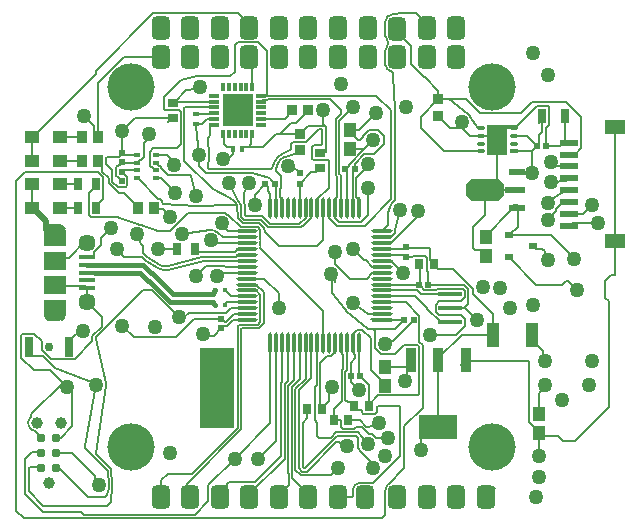
<source format=gtl>
G04*
G04 #@! TF.GenerationSoftware,Altium Limited,Altium Designer,23.4.1 (23)*
G04*
G04 Layer_Physical_Order=1*
G04 Layer_Color=255*
%FSLAX44Y44*%
%MOMM*%
G71*
G04*
G04 #@! TF.SameCoordinates,E8E7B276-8895-4430-90FA-F2E57970A6A3*
G04*
G04*
G04 #@! TF.FilePolarity,Positive*
G04*
G01*
G75*
%ADD11C,0.5000*%
%ADD17C,0.5000*%
%ADD18R,0.5725X0.5682*%
%ADD19R,0.8000X0.9500*%
%ADD20R,1.8000X0.6000*%
G04:AMPARAMS|DCode=21|XSize=1.9mm|YSize=3.2mm|CornerRadius=0mm|HoleSize=0mm|Usage=FLASHONLY|Rotation=270.000|XOffset=0mm|YOffset=0mm|HoleType=Round|Shape=Octagon|*
%AMOCTAGOND21*
4,1,8,1.6000,0.4750,1.6000,-0.4750,1.1250,-0.9500,-1.1250,-0.9500,-1.6000,-0.4750,-1.6000,0.4750,-1.1250,0.9500,1.1250,0.9500,1.6000,0.4750,0.0*
%
%ADD21OCTAGOND21*%

%ADD22R,1.4000X0.6000*%
G04:AMPARAMS|DCode=23|XSize=0.3125mm|YSize=1.7883mm|CornerRadius=0.1562mm|HoleSize=0mm|Usage=FLASHONLY|Rotation=180.000|XOffset=0mm|YOffset=0mm|HoleType=Round|Shape=RoundedRectangle|*
%AMROUNDEDRECTD23*
21,1,0.3125,1.4758,0,0,180.0*
21,1,0.0000,1.7883,0,0,180.0*
1,1,0.3125,0.0000,0.7379*
1,1,0.3125,0.0000,0.7379*
1,1,0.3125,0.0000,-0.7379*
1,1,0.3125,0.0000,-0.7379*
%
%ADD23ROUNDEDRECTD23*%
G04:AMPARAMS|DCode=24|XSize=1.7883mm|YSize=0.3125mm|CornerRadius=0.1562mm|HoleSize=0mm|Usage=FLASHONLY|Rotation=180.000|XOffset=0mm|YOffset=0mm|HoleType=Round|Shape=RoundedRectangle|*
%AMROUNDEDRECTD24*
21,1,1.7883,0.0000,0,0,180.0*
21,1,1.4758,0.3125,0,0,180.0*
1,1,0.3125,-0.7379,0.0000*
1,1,0.3125,0.7379,0.0000*
1,1,0.3125,0.7379,0.0000*
1,1,0.3125,-0.7379,0.0000*
%
%ADD24ROUNDEDRECTD24*%
%ADD25R,1.7883X0.3125*%
%ADD26R,1.3500X0.4000*%
%ADD27R,1.9000X1.5000*%
%ADD28R,0.8000X1.7000*%
%ADD29R,1.5500X0.6000*%
%ADD30R,1.8000X1.2000*%
%ADD31R,0.9000X2.1000*%
%ADD32R,3.2000X2.1000*%
%ADD33R,2.8400X6.8000*%
%ADD34R,1.0121X1.2084*%
%ADD35R,0.5200X0.5200*%
%ADD36R,0.5200X0.5200*%
%ADD37R,0.7500X1.0000*%
%ADD38R,1.1000X2.0500*%
%ADD39R,0.9500X0.8000*%
%ADD40R,0.8500X0.9500*%
%ADD41R,0.9000X1.0500*%
%ADD42R,0.4500X0.4500*%
%ADD43R,1.2500X1.1000*%
%ADD44R,0.5000X0.3500*%
%ADD45R,0.9500X0.8500*%
%ADD46R,0.3500X0.8000*%
%ADD47R,0.8500X0.3500*%
%ADD48R,2.6000X2.7000*%
%ADD49R,2.0000X0.4000*%
G04:AMPARAMS|DCode=50|XSize=0.7311mm|YSize=0.3025mm|CornerRadius=0.1512mm|HoleSize=0mm|Usage=FLASHONLY|Rotation=180.000|XOffset=0mm|YOffset=0mm|HoleType=Round|Shape=RoundedRectangle|*
%AMROUNDEDRECTD50*
21,1,0.7311,0.0000,0,0,180.0*
21,1,0.4286,0.3025,0,0,180.0*
1,1,0.3025,-0.2143,0.0000*
1,1,0.3025,0.2143,0.0000*
1,1,0.3025,0.2143,0.0000*
1,1,0.3025,-0.2143,0.0000*
%
%ADD50ROUNDEDRECTD50*%
%ADD51R,0.9121X0.9587*%
%ADD52R,0.7000X1.3000*%
%ADD53R,0.5000X0.4000*%
%ADD54R,0.4000X0.5000*%
%ADD55R,0.7311X0.3025*%
%ADD58C,0.7870*%
%ADD67R,0.7000X0.6000*%
%ADD79R,1.7500X2.5000*%
%ADD80C,0.9910*%
%ADD82C,0.7500*%
%ADD86C,0.1500*%
%ADD87C,0.1500*%
%ADD88C,0.3810*%
%ADD89C,1.4500*%
%ADD90C,4.0000*%
G04:AMPARAMS|DCode=91|XSize=1.524mm|YSize=2mm|CornerRadius=0.381mm|HoleSize=0mm|Usage=FLASHONLY|Rotation=0.000|XOffset=0mm|YOffset=0mm|HoleType=Round|Shape=RoundedRectangle|*
%AMROUNDEDRECTD91*
21,1,1.5240,1.2380,0,0,0.0*
21,1,0.7620,2.0000,0,0,0.0*
1,1,0.7620,0.3810,-0.6190*
1,1,0.7620,-0.3810,-0.6190*
1,1,0.7620,-0.3810,0.6190*
1,1,0.7620,0.3810,0.6190*
%
%ADD91ROUNDEDRECTD91*%
%ADD92C,1.2700*%
G36*
X-55000Y124500D02*
X-74000D01*
Y111500D01*
X-55000D01*
Y124500D01*
D02*
G37*
G36*
X-60000Y111500D02*
X-69000D01*
Y106500D01*
X-60000Y106500D01*
Y111500D01*
D02*
G37*
G36*
X-69000Y183500D02*
X-60000D01*
Y188500D01*
X-69000Y188500D01*
Y183500D01*
D02*
G37*
G36*
X-74000Y170500D02*
X-55000D01*
Y183500D01*
X-74000D01*
Y170500D01*
D02*
G37*
D11*
X-58724Y113650D02*
G03*
X-62291Y112500I-1276J-2150D01*
G01*
X-57709D02*
G03*
X-58724Y113650I-2291J-1000D01*
G01*
D02*
G03*
X-62291Y112500I-1276J-2150D01*
G01*
X-57709D02*
G03*
X-58724Y113650I-2291J-1000D01*
G01*
Y109350D02*
G03*
X-57709Y112500I-1276J2150D01*
G01*
X-62500Y111500D02*
G03*
X-58724Y109350I2500J0D01*
G01*
D02*
G03*
X-57709Y112500I-1276J2150D01*
G01*
X-62500Y111500D02*
G03*
X-58724Y109350I2500J0D01*
G01*
X-69909Y109171D02*
G03*
X-69771Y109122I909J2329D01*
G01*
X-69909Y109171D02*
G03*
X-69771Y109122I909J2329D01*
G01*
X-69771Y109122D02*
G03*
X-69229Y109011I771J2378D01*
G01*
X-69771Y109122D02*
G03*
X-69229Y109011I771J2378D01*
G01*
X-69771Y109122D02*
G03*
X-69229Y109011I771J2378D01*
G01*
X-69771Y109122D02*
G03*
X-69229Y109011I771J2378D01*
G01*
X-69228Y109010D02*
G03*
X-69000Y109000I228J2490D01*
G01*
X-69228Y109010D02*
G03*
X-69000Y109000I228J2490D01*
G01*
X-69228Y109010D02*
G03*
X-69000Y109000I228J2490D01*
G01*
X-69228Y109010D02*
G03*
X-69000Y109000I228J2490D01*
G01*
X-71291Y110500D02*
G03*
X-69910Y109171I2291J1000D01*
G01*
X-71291Y110500D02*
G03*
X-69910Y109171I2291J1000D01*
G01*
X-69909Y109171D02*
G03*
X-69771Y109122I909J2329D01*
G01*
X-69909Y109171D02*
G03*
X-69771Y109122I909J2329D01*
G01*
X-71291Y110500D02*
G03*
X-69910Y109171I2291J1000D01*
G01*
X-71291Y110500D02*
G03*
X-69910Y109171I2291J1000D01*
G01*
X-69000Y109000D02*
G03*
X-67255Y109710I0J2500D01*
G01*
X-69000Y109000D02*
G03*
X-67255Y109710I0J2500D01*
G01*
X-69000Y109000D02*
G03*
X-67255Y109710I0J2500D01*
G01*
X-69000Y109000D02*
G03*
X-67255Y109710I0J2500D01*
G01*
X-71489Y111269D02*
G03*
X-71489Y111268I2489J231D01*
G01*
X-71490Y111271D02*
G03*
X-71489Y111269I2490J229D01*
G01*
Y111269D02*
G03*
X-71489Y111268I2489J231D01*
G01*
X-71490Y111271D02*
G03*
X-71489Y111269I2490J229D01*
G01*
X-71490Y111271D02*
G03*
X-71489Y111269I2490J229D01*
G01*
Y111269D02*
G03*
X-71489Y111268I2489J231D01*
G01*
X-71489Y111269D02*
G03*
X-71489Y111268I2489J231D01*
G01*
X-71500Y111500D02*
G03*
X-71496Y111362I2500J0D01*
G01*
X-71500Y111500D02*
G03*
X-71496Y111362I2500J0D01*
G01*
X-71496Y111361D02*
G03*
X-71490Y111272I2496J139D01*
G01*
X-71496Y111362D02*
G03*
X-71496Y111361I2496J138D01*
G01*
X-71500Y111500D02*
G03*
X-71496Y111362I2500J0D01*
G01*
X-71500Y111500D02*
G03*
X-71496Y111362I2500J0D01*
G01*
X-71496Y111361D02*
G03*
X-71490Y111272I2496J139D01*
G01*
X-71496Y111362D02*
G03*
X-71496Y111361I2496J138D01*
G01*
X-71490Y111271D02*
G03*
X-71489Y111269I2490J229D01*
G01*
X-71496Y111361D02*
G03*
X-71490Y111272I2496J139D01*
G01*
X-71496Y111362D02*
G03*
X-71496Y111361I2496J138D01*
G01*
D02*
G03*
X-71490Y111272I2496J139D01*
G01*
X-71496Y111362D02*
G03*
X-71496Y111361I2496J138D01*
G01*
X-71384Y110747D02*
G03*
X-71329Y110591I2384J753D01*
G01*
X-71384Y110747D02*
G03*
X-71329Y110591I2384J753D01*
G01*
X-71384Y110747D02*
G03*
X-71329Y110591I2384J753D01*
G01*
X-71426Y110897D02*
G03*
X-71384Y110748I2426J603D01*
G01*
X-71426Y110897D02*
G03*
X-71384Y110748I2426J603D01*
G01*
X-71329Y110591D02*
G03*
X-71291Y110500I2329J909D01*
G01*
X-71329Y110591D02*
G03*
X-71291Y110500I2329J909D01*
G01*
X-71329Y110591D02*
G03*
X-71291Y110500I2329J909D01*
G01*
X-71384Y110747D02*
G03*
X-71329Y110591I2384J753D01*
G01*
X-71329Y110591D02*
G03*
X-71291Y110500I2329J909D01*
G01*
X-71426Y110897D02*
G03*
X-71384Y110748I2426J603D01*
G01*
X-71500Y111501D02*
G03*
X-71500Y111500I2500J-1D01*
G01*
X-71318Y112436D02*
G03*
X-71500Y111501I2318J-936D01*
G01*
X-71426Y110897D02*
G03*
X-71384Y110748I2426J603D01*
G01*
X-71500Y111501D02*
G03*
X-71500Y111500I2500J-1D01*
G01*
X-71318Y112436D02*
G03*
X-71500Y111501I2318J-936D01*
G01*
X-71291Y112500D02*
G03*
X-71318Y112437I2291J-1000D01*
G01*
X-71291Y112500D02*
G03*
X-71318Y112437I2291J-1000D01*
G01*
X-71291Y112500D02*
G03*
X-71318Y112437I2291J-1000D01*
G01*
X-71291Y112500D02*
G03*
X-71318Y112437I2291J-1000D01*
G01*
X-67484Y181512D02*
G03*
X-66834Y182253I-1516J1988D01*
G01*
X-67484Y181512D02*
G03*
X-66834Y182253I-1516J1988D01*
G01*
X-62291Y112500D02*
G03*
X-62428Y112096I2291J-1000D01*
G01*
X-62291Y112500D02*
G03*
X-62428Y112096I2291J-1000D01*
G01*
X-66834Y182253D02*
G03*
X-66558Y182964I-2166J1247D01*
G01*
X-66834Y182253D02*
G03*
X-66558Y182964I-2166J1247D01*
G01*
X-66558Y182965D02*
G03*
X-66509Y183290I-2442J536D01*
G01*
X-66558Y182965D02*
G03*
X-66509Y183290I-2442J536D01*
G01*
Y183290D02*
G03*
X-66500Y183468I-2491J210D01*
G01*
Y183468D02*
G03*
X-66500Y183487I-2500J32D01*
G01*
X-66500Y183468D02*
G03*
X-66500Y183487I-2500J32D01*
G01*
D02*
G03*
X-66500Y183490I-2500J14D01*
G01*
Y183490D02*
Y183491D01*
Y183487D02*
G03*
X-66500Y183490I-2500J14D01*
G01*
Y183490D02*
Y183491D01*
Y183491D02*
G03*
X-66500Y183495I-2500J9D01*
G01*
X-66500Y183491D02*
G03*
X-66500Y183495I-2500J9D01*
G01*
X-66999Y110002D02*
G03*
X-66998Y110003I-2001J1498D01*
G01*
X-66999Y110002D02*
G03*
X-66998Y110003I-2001J1498D01*
G01*
X-71489Y111268D02*
G03*
X-71427Y110900I2489J232D01*
G01*
X-71489Y111268D02*
G03*
X-71427Y110900I2489J232D01*
G01*
X-71489Y111268D02*
G03*
X-71427Y110900I2489J232D01*
G01*
X-71489Y111268D02*
G03*
X-71427Y110900I2489J232D01*
G01*
X-66709Y112501D02*
G03*
X-71291Y112500I-2291J-1001D01*
G01*
X-66997Y110003D02*
G03*
X-66709Y112500I-2003J1497D01*
G01*
X-66709Y112501D02*
G03*
X-71291Y112500I-2291J-1001D01*
G01*
X-66709Y112501D02*
G03*
X-71291Y112500I-2291J-1001D01*
G01*
X-66709Y112501D02*
G03*
X-71291Y112500I-2291J-1001D01*
G01*
X-66997Y110003D02*
G03*
X-66709Y112500I-2003J1497D01*
G01*
X-66709Y112500D02*
X-66709Y112501D01*
X-66709Y112500D02*
X-66709Y112501D01*
X-66500Y183495D02*
G03*
X-66500Y183500I-2500J5D01*
G01*
Y183495D02*
G03*
X-66500Y183500I-2500J5D01*
G01*
X-70106Y181258D02*
G03*
X-69907Y181171I1106J2242D01*
G01*
X-70106Y181258D02*
G03*
X-69907Y181171I1106J2242D01*
G01*
X-71130Y182192D02*
G03*
X-70106Y181258I2130J1309D01*
G01*
X-71500Y183500D02*
G03*
X-71130Y182192I2500J0D01*
G01*
X-67907Y181252D02*
G03*
X-67753Y181334I-1094J2248D01*
G01*
X-69907Y181170D02*
G03*
X-67907Y181252I907J2330D01*
G01*
X-71500Y183500D02*
G03*
X-71130Y182192I2500J0D01*
G01*
D02*
G03*
X-70106Y181258I2130J1309D01*
G01*
X-67907Y181252D02*
G03*
X-67753Y181334I-1094J2248D01*
G01*
X-67752Y181334D02*
G03*
X-67484Y181512I-1248J2166D01*
G01*
X-67752Y181334D02*
G03*
X-67484Y181512I-1248J2166D01*
G01*
X-69907Y181170D02*
G03*
X-67907Y181252I907J2330D01*
G01*
X-66500Y183500D02*
G03*
X-71500Y183500I-2500J0D01*
G01*
X-71427Y110900D02*
X-71427Y110899D01*
X-71427Y110900D02*
X-71427Y110899D01*
X-67254Y109711D02*
G03*
X-67253Y109712I-1746J1789D01*
G01*
X-67254Y109711D02*
G03*
X-67253Y109712I-1746J1789D01*
G01*
X-67253Y109712D02*
G03*
X-67190Y109776I-1748J1788D01*
G01*
X-67253Y109712D02*
G03*
X-67190Y109776I-1748J1788D01*
G01*
X-67190Y109776D02*
G03*
X-67189Y109777I-1810J1724D01*
G01*
X-67190Y109776D02*
G03*
X-67189Y109777I-1810J1724D01*
G01*
X-62500Y183500D02*
G03*
X-60001Y186000I2500J0D01*
G01*
X-61675Y185356D02*
G03*
X-62500Y183501I1675J-1856D01*
G01*
X-61675Y185356D02*
G03*
X-62500Y183501I1675J-1856D01*
G01*
X-60001Y186000D02*
G03*
X-61675Y185356I0J-2500D01*
G01*
X-60001Y186000D02*
G03*
X-61675Y185356I0J-2500D01*
G01*
X-67255Y109711D02*
X-67254Y109711D01*
X-67255Y109711D02*
X-67254Y109711D01*
X-67188Y109778D02*
G03*
X-66999Y110001I-1812J1723D01*
G01*
X-67188Y109778D02*
G03*
X-66999Y110001I-1812J1723D01*
G01*
X-62428Y112096D02*
G03*
X-62500Y111500I2428J-596D01*
G01*
X-62500Y183501D02*
Y183500D01*
Y183500D02*
G03*
X-60000Y186000I2500J0D01*
G01*
X-84250Y202500D02*
X-83500D01*
X-72397Y191396D01*
Y184105D02*
Y191396D01*
D17*
X-71318Y112436D02*
D03*
D03*
X-66500Y183491D02*
D03*
D03*
X-71427Y110898D02*
D03*
D03*
X-67253Y109712D02*
D03*
D03*
X-67255Y109710D02*
D03*
D03*
X-61675Y185356D02*
D03*
D03*
X100000Y275000D02*
D03*
X90000Y285000D02*
D03*
Y275000D02*
D03*
X80000Y285000D02*
D03*
Y275000D02*
D03*
D18*
X142500Y222978D02*
D03*
Y232022D02*
D03*
D19*
X256500Y155000D02*
D03*
X243500D02*
D03*
X183750Y22500D02*
D03*
X171250D02*
D03*
X148500Y32500D02*
D03*
X201250Y35000D02*
D03*
X188750D02*
D03*
X161500Y32500D02*
D03*
D20*
X324499Y217500D02*
D03*
D21*
X299500D02*
D03*
D22*
X326499Y232501D02*
D03*
Y202501D02*
D03*
D23*
X182500Y88088D02*
D03*
X177499D02*
D03*
X172500D02*
D03*
X167500D02*
D03*
X162500D02*
D03*
X157500D02*
D03*
X152500D02*
D03*
X147500D02*
D03*
X142500D02*
D03*
X137500D02*
D03*
X132500D02*
D03*
X127500D02*
D03*
X122500D02*
D03*
X117500D02*
D03*
X127500Y201912D02*
D03*
X132500D02*
D03*
X137500D02*
D03*
X142500D02*
D03*
X147500Y201912D02*
D03*
X152500Y201912D02*
D03*
X157500D02*
D03*
X162500D02*
D03*
X167500Y201912D02*
D03*
X172500D02*
D03*
X192500Y201912D02*
D03*
X117500Y201912D02*
D03*
X192500Y88088D02*
D03*
X177500Y201912D02*
D03*
X182500D02*
D03*
X187500Y88088D02*
D03*
X122500Y201912D02*
D03*
X187500Y201912D02*
D03*
D24*
X98088Y117499D02*
D03*
Y122500D02*
D03*
Y127500D02*
D03*
Y132500D02*
D03*
Y137500D02*
D03*
Y142500D02*
D03*
Y147500D02*
D03*
Y152500D02*
D03*
Y157500D02*
D03*
Y162500D02*
D03*
Y167500D02*
D03*
Y172500D02*
D03*
Y177500D02*
D03*
Y182500D02*
D03*
X211912D02*
D03*
Y177500D02*
D03*
Y172500D02*
D03*
Y167500D02*
D03*
Y157499D02*
D03*
Y152500D02*
D03*
Y147500D02*
D03*
Y142500D02*
D03*
X211912Y137500D02*
D03*
X211912Y132500D02*
D03*
Y127500D02*
D03*
Y122500D02*
D03*
Y117500D02*
D03*
Y112500D02*
D03*
X98088Y107500D02*
D03*
Y112500D02*
D03*
X211912Y162499D02*
D03*
D25*
Y107499D02*
D03*
D26*
X-37500Y134500D02*
D03*
Y141000D02*
D03*
Y147500D02*
D03*
Y154000D02*
D03*
Y160500D02*
D03*
D27*
X-64500Y137500D02*
D03*
Y157500D02*
D03*
D28*
X-53000Y85000D02*
D03*
X-87001D02*
D03*
D29*
X370500Y257500D02*
D03*
Y247500D02*
D03*
Y187500D02*
D03*
Y197500D02*
D03*
Y207500D02*
D03*
Y217500D02*
D03*
Y227500D02*
D03*
Y237500D02*
D03*
D30*
X409250Y174500D02*
D03*
Y270500D02*
D03*
D31*
X283000Y73500D02*
D03*
X260000D02*
D03*
X237000D02*
D03*
D32*
X260000Y16500D02*
D03*
D33*
X72500Y50000D02*
D03*
D34*
X345000Y28019D02*
D03*
Y11982D02*
D03*
X215000Y68018D02*
D03*
Y51981D02*
D03*
X185000Y268019D02*
D03*
X300000Y161981D02*
D03*
X185000Y251981D02*
D03*
X300000Y178018D02*
D03*
D35*
X232500Y161000D02*
D03*
Y169000D02*
D03*
X-8150Y233149D02*
D03*
Y225149D02*
D03*
X75925Y108427D02*
D03*
X-7500Y241000D02*
D03*
X75925Y100427D02*
D03*
X-7500Y249000D02*
D03*
D36*
X239000Y107500D02*
D03*
X231000D02*
D03*
X343500Y255000D02*
D03*
X351500D02*
D03*
X251500Y137499D02*
D03*
X189000Y235000D02*
D03*
X121501Y222500D02*
D03*
X186000Y60000D02*
D03*
X113501Y222500D02*
D03*
X181000Y235000D02*
D03*
X194000Y60000D02*
D03*
X243500Y137499D02*
D03*
D37*
X-45000Y222500D02*
D03*
X-30000D02*
D03*
X38591Y167499D02*
D03*
X53590D02*
D03*
X-45000Y202500D02*
D03*
X-30000D02*
D03*
D38*
X306000Y95000D02*
D03*
X339000D02*
D03*
D39*
X160000Y236000D02*
D03*
Y249000D02*
D03*
X35000Y291500D02*
D03*
Y278500D02*
D03*
D40*
X149250Y285000D02*
D03*
X135750D02*
D03*
D41*
X-41750Y262500D02*
D03*
X-28250D02*
D03*
X5750Y202500D02*
D03*
X19250D02*
D03*
X-41750Y242500D02*
D03*
X-28250D02*
D03*
D42*
X71000Y120000D02*
D03*
X79000D02*
D03*
X71000Y132500D02*
D03*
X79000D02*
D03*
D43*
X-60750Y242500D02*
D03*
X-84250D02*
D03*
Y202500D02*
D03*
Y262500D02*
D03*
Y222500D02*
D03*
X-60750Y202500D02*
D03*
Y222500D02*
D03*
Y262500D02*
D03*
D44*
X20500Y247250D02*
D03*
Y240750D02*
D03*
Y234250D02*
D03*
Y227750D02*
D03*
X4500D02*
D03*
Y234250D02*
D03*
Y240750D02*
D03*
Y247250D02*
D03*
D45*
X142500Y251500D02*
D03*
Y265000D02*
D03*
D46*
X102500Y305000D02*
D03*
X97500D02*
D03*
X92500D02*
D03*
X87500D02*
D03*
X82500D02*
D03*
X77500D02*
D03*
Y265000D02*
D03*
X82500D02*
D03*
X87500D02*
D03*
X92500D02*
D03*
X97500D02*
D03*
X102500D02*
D03*
D47*
X70250Y297500D02*
D03*
Y292500D02*
D03*
Y287500D02*
D03*
Y282500D02*
D03*
Y277500D02*
D03*
Y272500D02*
D03*
X109750D02*
D03*
Y277500D02*
D03*
Y282500D02*
D03*
Y287500D02*
D03*
Y292500D02*
D03*
Y297500D02*
D03*
D48*
X90000Y285000D02*
D03*
D49*
X270000Y117500D02*
D03*
Y105500D02*
D03*
Y129500D02*
D03*
D50*
X296095Y263251D02*
D03*
X323905Y269750D02*
D03*
X296095Y250250D02*
D03*
Y256750D02*
D03*
Y269750D02*
D03*
X323905Y263251D02*
D03*
Y256750D02*
D03*
D51*
X260000Y280233D02*
D03*
Y294767D02*
D03*
D52*
X367000Y280000D02*
D03*
X348000D02*
D03*
D53*
X55000Y281500D02*
D03*
Y273500D02*
D03*
D54*
X86000Y252500D02*
D03*
X94000D02*
D03*
D55*
X323905Y250250D02*
D03*
D58*
X-76350Y7700D02*
D03*
X-63650D02*
D03*
Y-5000D02*
D03*
X-76350Y-17700D02*
D03*
X-63650D02*
D03*
X-76350Y-5000D02*
D03*
D67*
X320000Y179500D02*
D03*
Y160500D02*
D03*
X340000Y170000D02*
D03*
D79*
X310000Y260000D02*
D03*
D80*
X-70000Y-30400D02*
D03*
X-59840Y20400D02*
D03*
X-80160D02*
D03*
D82*
X-70000Y85000D02*
D03*
D86*
X-85081Y25663D02*
G03*
X-80662Y13212I4921J-5263D01*
G01*
X192219Y12446D02*
G03*
X189990Y12565I-1168J-941D01*
G01*
X130285Y245810D02*
G03*
X124400Y240389I2215J-8310D01*
G01*
X127506Y247970D02*
G03*
X121868Y242139I4994J-10470D01*
G01*
X191840Y4916D02*
G03*
X194569Y-4468I8160J-2716D01*
G01*
X54386Y203922D02*
G03*
X55307Y203906I614J8578D01*
G01*
X8097Y188023D02*
G03*
X7742Y188151I-3097J-8023D01*
G01*
X-21487Y51281D02*
G03*
X-21589Y54293I-8513J1219D01*
G01*
X65900Y246595D02*
G03*
X65911Y247922I-8568J737D01*
G01*
X65896Y246560D02*
G03*
X65900Y246595I-8565J772D01*
G01*
X102429Y231650D02*
G03*
X100000Y232000I-2429J-8250D01*
G01*
X287083Y279727D02*
G03*
X285385Y281555I-7084J-4877D01*
G01*
X-19100Y-34346D02*
G03*
X-18937Y-31708I-8400J1846D01*
G01*
X-15976Y-33824D02*
G03*
X-15941Y-31530I-11524J1324D01*
G01*
X82549Y195860D02*
G03*
X81354Y196764I-5769J-6378D01*
G01*
X109279Y175921D02*
G03*
X109279Y174079I1184J-921D01*
G01*
X109279Y170921D02*
G03*
X109279Y169079I1184J-921D01*
G01*
X73107Y181521D02*
G03*
X66364Y183525I-5607J-6521D01*
G01*
X221044Y206800D02*
G03*
X218802Y202855I6092J-6071D01*
G01*
X180760Y116848D02*
G03*
X182022Y115544I6777J5294D01*
G01*
X24092Y154083D02*
G03*
X30678Y153078I4489J7336D01*
G01*
X22800Y151362D02*
G03*
X31274Y150136I5781J10057D01*
G01*
X220883Y317435D02*
G03*
X220879Y317440I-1061J-1061D01*
G01*
X221189Y366330D02*
G03*
X215130Y360270I0J-6060D01*
G01*
X217358Y340884D02*
G03*
X215130Y336190I3832J-4694D01*
G01*
X221323Y316373D02*
G03*
X221323Y316375I-1500J2D01*
G01*
X217358Y340884D02*
G03*
X217355Y343197I-957J1155D01*
G01*
X215130Y347890D02*
G03*
X217355Y343197I6060J0D01*
G01*
X215130Y323810D02*
G03*
X220533Y317786I6060J0D01*
G01*
X203470Y-30648D02*
G03*
X201310Y-30250I-2160J-5662D01*
G01*
X58319Y313909D02*
G03*
X56023Y313733I-495J-8586D01*
G01*
X217278Y-31681D02*
G03*
X217404Y-31560I-978J1137D01*
G01*
X217278Y-31681D02*
G03*
X215130Y-36310I3912J-4628D01*
G01*
X193690Y-30250D02*
G03*
X187630Y-36310I0J-6060D01*
G01*
X345000Y11981D02*
X345000Y11982D01*
X345000Y-7500D02*
Y11981D01*
X-80286Y12837D02*
X-75149Y7700D01*
X-80662Y13212D02*
X-80286Y12837D01*
X-85081Y25663D02*
X-85000Y25744D01*
Y27500D02*
X-58129Y54371D01*
X-85000Y25744D02*
Y27500D01*
X-84250Y262500D02*
X-83500D01*
X-30035Y315965D01*
Y318535D01*
X18680Y367250D01*
X90129D01*
X100000Y357379D01*
Y354999D02*
Y357379D01*
X201826Y17857D02*
X207857D01*
X201175Y17206D02*
X201826Y17857D01*
X207857D02*
X210000Y20000D01*
X206862Y7500D02*
X217500D01*
X189933Y16751D02*
X195134D01*
X189925Y12500D02*
X189990Y12565D01*
X173694Y4526D02*
X175637D01*
X192219Y12446D02*
X192222Y12442D01*
X147121Y-17804D02*
X174425Y9500D01*
X175637Y4526D02*
X179263Y900D01*
X173182Y12500D02*
X189925D01*
X176621Y22500D02*
X177500Y21621D01*
Y16818D02*
Y21621D01*
X192222Y12442D02*
X195256Y8649D01*
X168682Y8000D02*
X173182Y12500D01*
X179263Y900D02*
X182294D01*
X171250Y22500D02*
X176621D01*
X174425Y9500D02*
X190162D01*
X201084Y10800D02*
X203562D01*
X206862Y7500D01*
X188682Y15500D02*
X189933Y16751D01*
X177500Y16818D02*
X178818Y15500D01*
X188682D01*
X195134Y16751D02*
X201084Y10800D01*
X-84105Y-4600D02*
X-73850D01*
X-86121Y-17300D02*
X-73850D01*
X-87000Y-18179D02*
X-86121Y-17300D01*
X118257Y235000D02*
X119136Y235879D01*
X122465Y234344D02*
X122465Y234965D01*
X119136Y235879D02*
X121868Y242139D01*
X117636Y235000D02*
X118257Y235000D01*
X65907Y235000D02*
X117636D01*
X134621Y251364D02*
X135500Y252243D01*
X140388Y234113D02*
X142500Y232022D01*
X122465Y234965D02*
X124400Y240389D01*
X132500Y237500D02*
X140388Y234113D01*
X138500Y248000D02*
X142500Y251500D01*
X122465Y233723D02*
Y234344D01*
X127506Y247970D02*
X134621Y251364D01*
X130285Y245810D02*
X138500Y248000D01*
X135500Y252243D02*
Y256682D01*
X219683Y172500D02*
X241007Y193824D01*
Y197857D01*
X243150Y200000D01*
X194569Y-4468D02*
X204600Y-14499D01*
Y-17500D02*
Y-14499D01*
X198921Y17206D02*
X201175D01*
X193627Y22500D02*
X198921Y17206D01*
X195256Y8649D02*
X200000Y2200D01*
X191840Y4916D02*
X192256Y6164D01*
Y7407D01*
X190162Y9500D02*
X192256Y7407D01*
X217822Y-31107D02*
X230386Y-18544D01*
X230825Y-18105D02*
X230825Y17007D01*
X231264Y17446D01*
X230386Y-18544D02*
X230825Y-18105D01*
X231264Y17446D02*
X246750Y32932D01*
X168696Y-23804D02*
X175000Y-17500D01*
X143393Y-23804D02*
X168696D01*
X369812Y140189D02*
X377500Y132500D01*
X367688Y140189D02*
X369812D01*
X355500Y179500D02*
X374855Y160145D01*
Y159145D02*
Y160145D01*
X350357Y160393D02*
X352500Y158250D01*
X350357Y160393D02*
Y165527D01*
X348134Y167750D02*
X350357Y165527D01*
X342250Y167750D02*
X348134D01*
X365000Y137500D02*
X367688Y140189D01*
X343000Y137500D02*
X365000D01*
X55307Y203906D02*
X84514Y205000D01*
X85757Y205000D02*
X89211Y205000D01*
X50845Y229121D02*
X55000Y212500D01*
X49966Y230000D02*
X50845Y229121D01*
X26000Y206999D02*
X27126Y205874D01*
X31251Y230000D02*
X49966D01*
X27126Y205874D02*
X54386Y203922D01*
X84514Y205000D02*
X85757Y205000D01*
X45000Y242500D02*
X69182Y218318D01*
X45000Y242500D02*
Y284675D01*
X69182Y218318D02*
X83721Y211165D01*
X-25571Y170993D02*
Y176929D01*
X-17500Y185000D01*
X-31500Y165065D02*
X-25571Y170993D01*
X-12500Y167500D02*
X-5900Y160900D01*
X8909D01*
X12210Y157599D01*
X8134Y171866D02*
X9013Y170987D01*
X22404Y182500D02*
X22664Y182500D01*
X32500D01*
X8097Y188023D02*
X22404Y182500D01*
X9013Y170987D02*
X9643Y170357D01*
X-12500Y195000D02*
X7742Y188151D01*
X5000Y180000D02*
X8134Y171866D01*
X-34432Y195000D02*
X-12500D01*
X-29561Y-5099D02*
X-21487Y51281D01*
X-29561Y92939D02*
X-29561Y91697D01*
X-29561Y-6342D02*
X-29561Y-5099D01*
X-39561Y658D02*
X-30000Y52500D01*
X-65364Y67636D02*
X-64925Y67196D01*
X-39561Y-584D02*
X-20000Y-20145D01*
X-39561Y-584D02*
X-39561Y658D01*
X-64925Y67196D02*
X-31500Y54000D01*
X-30000Y52500D01*
X-74978Y77250D02*
X-65364Y67636D01*
X-29561Y91697D02*
X-21589Y54293D01*
X-29561Y-6342D02*
X-17000Y-18902D01*
X-29561Y92939D02*
X10000Y132500D01*
X83827Y245743D02*
X86000Y247916D01*
X79643Y245743D02*
X83827D01*
X77500Y243600D02*
X79643Y245743D01*
X65028Y235879D02*
X65907Y235000D01*
X65028Y235879D02*
Y236565D01*
X63000Y232000D02*
X100000D01*
X82500Y223400D02*
X90738Y208504D01*
X65028Y236565D02*
X65896Y246560D01*
X86000Y247916D02*
Y253000D01*
X57331Y237669D02*
X63000Y232000D01*
X90738Y208504D02*
X92560Y205100D01*
X57331Y237669D02*
Y247331D01*
X92560Y205100D02*
X92591Y204811D01*
X118351Y226032D02*
X119651Y224350D01*
X117033Y227350D02*
X118351Y226032D01*
X95516Y215329D02*
X100000Y223400D01*
X102429Y231650D02*
X117033Y227350D01*
X119651Y224350D02*
X122500Y221500D01*
X95516Y214691D02*
X95516Y215329D01*
X92591Y204811D02*
X92598Y204752D01*
X95516Y214691D02*
X95969Y196176D01*
X251569Y137568D02*
Y148000D01*
X250250Y149318D02*
Y160182D01*
X251500Y137499D02*
X251569Y137568D01*
X248432Y162000D02*
X250250Y160182D01*
X237569Y161000D02*
X238568Y162000D01*
X248432D01*
X250250Y149318D02*
X251569Y148000D01*
X232500Y161000D02*
X237569D01*
X281621Y117500D02*
X282500D01*
X270000D02*
X281621D01*
X282500D02*
X292500Y107500D01*
X211912Y162499D02*
X231000D01*
X232500Y161000D01*
X283000Y68751D02*
X285375Y71125D01*
X286750Y72500D01*
X243500Y137499D02*
X246650Y134349D01*
X243500Y137500D02*
X244499D01*
X211912D02*
X243500D01*
X244500Y137499D02*
Y154000D01*
X243500Y137499D02*
Y137500D01*
X246650Y133967D02*
Y134349D01*
Y133967D02*
X247969Y132649D01*
X230999Y167500D02*
X232500Y169000D01*
X233353Y168146D02*
X252372D01*
X211912Y167500D02*
X230999D01*
X293952Y269750D02*
X296095D01*
X268935Y294767D02*
X285385Y281555D01*
X287083Y279727D02*
X293952Y269750D01*
X280000Y270000D02*
Y274850D01*
X270233Y270000D02*
X280000D01*
X286749Y263251D01*
X260000Y280000D02*
X263811Y276189D01*
X260000Y280000D02*
Y280233D01*
X263811Y276189D02*
X264044D01*
X270233Y270000D01*
X296095Y263251D02*
X306750D01*
X286749D02*
X296095D01*
X-20879Y-50000D02*
X-17439Y-46561D01*
X-20439Y-40439D02*
X-19100Y-34346D01*
X-28600Y-32500D02*
X-27500D01*
X-20000Y-20145D02*
X-18937Y-31708D01*
X-17439Y-46561D02*
X-15976Y-33824D01*
X-22500Y-42500D02*
X-20439Y-40439D01*
X-17000Y-18902D02*
X-15941Y-31530D01*
X-30743Y-30357D02*
X-28600Y-32500D01*
X185000Y268019D02*
X193019D01*
X207500Y282500D01*
X245000Y270000D02*
X264750Y250250D01*
X245000Y270000D02*
Y279534D01*
X260000Y294534D01*
X264750Y250250D02*
X296095D01*
X-61150Y-17700D02*
X-36350Y-42500D01*
X301250Y217500D02*
X324499D01*
X299500D02*
X301250D01*
X326499Y232501D02*
X326948Y232052D01*
X339496D01*
X193553Y259727D02*
X196400Y262573D01*
Y263562D02*
X201438Y268600D01*
X196400Y262573D02*
Y263562D01*
X196981Y251981D02*
X205000Y260000D01*
X201438Y268600D02*
X208562D01*
X185000Y267037D02*
X192311Y259727D01*
X185000Y267037D02*
Y268019D01*
X192311Y259727D02*
X193553D01*
X104601Y205399D02*
Y213600D01*
Y205399D02*
X105000Y205000D01*
X104601Y213600D02*
X113501Y222500D01*
X90029Y193630D02*
X94347Y189312D01*
X95969Y196176D02*
X96832Y195312D01*
X87009Y207991D02*
X87879Y207121D01*
X89211Y205000D01*
X92598Y204752D02*
X92999Y194903D01*
X95590Y192312D01*
X89598Y204121D02*
X90029Y193630D01*
X96832Y195312D02*
X110774D01*
X89211Y205000D02*
X89598Y204121D01*
X79000Y132500D02*
X84000Y127500D01*
X98088D01*
X80000Y122500D02*
X98088D01*
X79000Y120000D02*
X80000Y121000D01*
Y122500D01*
X-7500Y102500D02*
X2200Y92800D01*
X37443D01*
X53069Y108427D01*
X75925D01*
X17500Y132500D02*
X40000Y110000D01*
X10000Y132500D02*
X17500D01*
X40000Y110000D02*
X45000D01*
X-48068Y74250D02*
X-33000Y89318D01*
Y93743D01*
X-25000Y101743D02*
Y110000D01*
X-42720Y95667D02*
X-40577Y97810D01*
X-46833Y95667D02*
X-42720D01*
X-53000Y89500D02*
X-46833Y95667D01*
X-33000Y93743D02*
X-25000Y101743D01*
X-67736Y74250D02*
X-48068D01*
X162500Y273121D02*
Y285000D01*
Y273121D02*
X163621Y272000D01*
X126075Y265000D02*
X142500D01*
X122250D02*
X126075D01*
X95250Y254250D02*
X111500D01*
X94000Y252500D02*
Y253000D01*
X111500Y254250D02*
X122250Y265000D01*
X94000Y253000D02*
X95250Y254250D01*
X153000Y253932D02*
X154318Y255250D01*
X160621Y269000D02*
X161500Y268121D01*
X158682Y269000D02*
X160621D01*
X153000Y244068D02*
Y253932D01*
X161500Y256129D02*
Y268121D01*
X153000Y244068D02*
X154318Y242750D01*
X166621D01*
X160621Y255250D02*
X161500Y256129D01*
X137318Y258500D02*
X148182D01*
X158682Y269000D01*
X154318Y255250D02*
X160621D01*
X135500Y256682D02*
X137318Y258500D01*
X167500Y219682D02*
Y241871D01*
X166621Y242750D02*
X167500Y241871D01*
X122465Y233723D02*
X126351Y229837D01*
Y218968D02*
Y229837D01*
X184150Y239150D02*
X196981Y251981D01*
X185000D02*
X196981D01*
X83721Y211165D02*
X87009Y207991D01*
X113071Y181929D02*
X125000Y170000D01*
X115991Y185852D02*
X143454D01*
X110774Y195312D02*
X117234Y188852D01*
X108289Y189312D02*
X112279Y185322D01*
X95590Y192312D02*
X109531D01*
X82549Y195860D02*
X93104Y186312D01*
X117234Y188852D02*
X142211D01*
X107046Y186312D02*
X109279Y184079D01*
X79682Y197818D02*
X81354Y196764D01*
X146518Y188160D02*
X152500Y194141D01*
X142211Y188852D02*
X147500Y194141D01*
X93104Y186312D02*
X107046D01*
X109279Y178659D02*
X109279Y184079D01*
X94347Y189312D02*
X108289D01*
X112279Y185322D02*
X113071Y181929D01*
X143454Y185852D02*
X146518Y188160D01*
X109531Y192312D02*
X115991Y185852D01*
X109279Y175921D02*
Y178659D01*
X79238Y198262D02*
X79682Y197818D01*
X109279Y170921D02*
X109279Y174079D01*
X109279Y169079D02*
X109279Y168221D01*
X125000Y170000D02*
X157500D01*
X109279Y168221D02*
X162500Y115000D01*
Y88088D02*
Y115000D01*
X48262Y198262D02*
X79238D01*
X77784Y177500D02*
X98088D01*
X42509Y180347D02*
X66364Y183525D01*
X73107Y181521D02*
X77784Y177500D01*
X76780Y189482D02*
X81283Y183379D01*
X82162Y182500D01*
X208562Y268600D02*
X213600Y263562D01*
X197340Y248098D02*
X205260D01*
X190500Y228000D02*
X200802Y238302D01*
X200000Y196641D02*
Y219198D01*
X205260Y248098D02*
X213600Y256438D01*
X189000Y235000D02*
Y239757D01*
X200802Y238302D02*
Y239398D01*
X181000Y235000D02*
X184150Y238150D01*
X213600Y256438D02*
Y263562D01*
X189000Y239757D02*
X197340Y248098D01*
X184150Y238150D02*
Y239150D01*
X221044Y206800D02*
X223070Y208827D01*
X217634Y198275D02*
X218802Y202855D01*
X219759Y209758D02*
X220070Y284300D01*
X221323Y315131D02*
X223070Y286173D01*
X207500Y297500D02*
X219631Y285369D01*
X223104Y183865D02*
X227135Y200730D01*
X223070Y208827D02*
Y286173D01*
X220070Y284300D02*
Y284930D01*
X221323Y316351D02*
X221323Y315131D01*
X217300Y187588D02*
X217634Y198275D01*
X219631Y285369D02*
X220070Y284930D01*
X223104Y180921D02*
Y183865D01*
X197500Y187500D02*
X219759Y209758D01*
X254750Y16500D02*
X260000D01*
X245000Y6750D02*
X254750Y16500D01*
X245000Y-2500D02*
Y6750D01*
X27500Y295932D02*
X42379Y310811D01*
X28379Y285250D02*
X40183D01*
X27500Y286129D02*
X28379Y285250D01*
X27500Y286129D02*
Y295932D01*
X348000Y266875D02*
Y280000D01*
X345350Y264225D02*
X348000Y266875D01*
X345350Y256849D02*
Y264225D01*
X343500Y255000D02*
X345350Y256849D01*
X36850Y214647D02*
Y215650D01*
X24750Y227750D02*
X36850Y215650D01*
X75925Y100427D02*
X77774Y102277D01*
X69780Y94282D02*
X75925Y100427D01*
X61666Y94282D02*
X69780D01*
X60430Y95519D02*
X61666Y94282D01*
X112500Y142500D02*
X125000Y130000D01*
Y117500D02*
Y130000D01*
X200622Y112500D02*
X211912D01*
X182022Y115544D02*
X200621Y100000D01*
X200001Y112500D02*
X200622Y112500D01*
X187537Y122143D02*
X200001Y112500D01*
X200621Y100000D02*
X205000D01*
X170000Y130621D02*
Y146419D01*
Y130621D02*
X180760Y116848D01*
X204141Y152500D02*
X211912D01*
X198315Y158326D02*
X204141Y152500D01*
X196674Y158326D02*
X198315D01*
X187500Y167500D02*
X196674Y158326D01*
X204142Y147500D02*
X211912D01*
X199142Y142500D02*
X204142Y147500D01*
X185000Y142500D02*
X199142D01*
X170000Y146419D02*
Y147500D01*
X172500Y155000D02*
X185000Y142500D01*
X172500Y155000D02*
Y165000D01*
X168919Y146419D02*
X170000D01*
X98088Y142500D02*
X112500D01*
X260000Y16500D02*
Y73500D01*
X370500Y187500D02*
X372750Y189750D01*
X394750D01*
X395000Y190000D01*
X370500Y197500D02*
X382500D01*
X390000Y205000D01*
X370500Y197500D02*
X370500Y197500D01*
X183750Y22500D02*
X193627D01*
X171250D02*
Y31799D01*
X178150Y38699D01*
X136000Y-20653D02*
Y50653D01*
Y-20653D02*
X136250Y-20903D01*
Y-26370D02*
Y-20903D01*
X142000Y-18168D02*
Y48168D01*
X145000Y-16925D02*
X145879Y-17804D01*
X133095Y-32025D02*
Y-21991D01*
X145000Y-16925D02*
Y20682D01*
X142000Y-18168D02*
X144636Y-20804D01*
X148364D02*
X173694Y4526D01*
X139000Y-19410D02*
X143393Y-23804D01*
X133000Y-21895D02*
X133095Y-21991D01*
X139000Y-19410D02*
Y49411D01*
X133000Y-21895D02*
Y51896D01*
X144636Y-20804D02*
X148364D01*
X145879Y-17804D02*
X147121D01*
X157500Y9318D02*
Y20682D01*
X155250Y22932D02*
X157500Y20682D01*
X157000Y52225D02*
Y72218D01*
X155250Y50476D02*
X157000Y52225D01*
Y72218D02*
X157500Y72718D01*
X157500Y9318D02*
X158818Y8000D01*
X155250Y22932D02*
Y50476D01*
X158818Y8000D02*
X168682D01*
X338751Y250250D02*
X339496Y250995D01*
X343500Y255000D01*
X339496Y232052D02*
Y250995D01*
X323905Y263251D02*
X335249D01*
X343500Y255000D01*
X326048Y250250D02*
X338751D01*
X345350Y274350D02*
X346625Y275625D01*
X310000Y261750D02*
Y263750D01*
Y260000D02*
Y261750D01*
X318000Y271750D02*
X326568D01*
X330227Y282750D02*
X339227Y291750D01*
X368432D02*
X380500Y279682D01*
X343568Y288750D02*
X352432D01*
X353750Y287432D01*
X351500Y270318D02*
X353750Y272568D01*
X310000Y263750D02*
X318000Y271750D01*
X326568D02*
X343568Y288750D01*
X351500Y255000D02*
Y270318D01*
X339227Y291750D02*
X368432D01*
X353750Y272568D02*
Y287432D01*
X318000Y269750D02*
X323905D01*
X310000Y261750D02*
X318000Y269750D01*
X125500Y218117D02*
X126351Y218968D01*
X125500Y211682D02*
X127500Y209682D01*
X125500Y211682D02*
Y218117D01*
X127500Y201912D02*
Y209682D01*
X268935Y294767D02*
X283005D01*
X260000D02*
X268935D01*
X370500Y247500D02*
X375250D01*
X380500Y252750D01*
X295022Y282750D02*
X330227D01*
X283005Y294767D02*
X295022Y282750D01*
X380500Y252750D02*
Y279682D01*
X320750Y202750D02*
X323000Y205000D01*
X300000Y179000D02*
X320750Y199750D01*
Y202750D01*
X300000Y178018D02*
Y179000D01*
Y161981D02*
Y162689D01*
X289500Y168757D02*
X291257Y167000D01*
X295689D01*
X300000Y162689D01*
X289500Y168757D02*
Y186045D01*
X299500Y196045D02*
Y217500D01*
X289500Y186045D02*
X299500Y196045D01*
X355531Y222822D02*
Y224169D01*
X352500Y206969D02*
Y207500D01*
X355531Y222822D02*
X355644Y222708D01*
X356451Y241550D02*
X360500Y237500D01*
X355000Y241550D02*
X356451D01*
X363250Y255000D02*
X365750Y257500D01*
X351500Y255000D02*
X363250D01*
X365750Y257500D02*
X369250D01*
X320500Y179500D02*
X355500D01*
X320000D02*
X320500D01*
X355644Y222708D02*
X363500Y225250D01*
X360500Y237500D02*
X370500D01*
X370500Y237500D01*
X352500Y207500D02*
X363500Y215250D01*
Y225250D02*
X368250Y225250D01*
X363500Y215250D02*
X370500Y217500D01*
X359829Y199829D02*
Y201579D01*
X352500Y192500D02*
X359829Y199829D01*
Y201579D02*
X365750Y207500D01*
X370500D01*
X19250Y202500D02*
X20669Y201081D01*
X26419D01*
X32500Y195000D01*
Y182500D02*
X48262Y198262D01*
X233250Y66269D02*
X235000Y68018D01*
X231588Y55912D02*
X233250Y57575D01*
Y66269D01*
X215000Y68018D02*
X235000D01*
Y71499D01*
X237000Y73500D01*
X243750Y44568D02*
Y84932D01*
X201250Y35750D02*
X209189Y43689D01*
X242872D01*
X243750Y44568D01*
X242432Y86250D02*
X243750Y84932D01*
X340000Y170000D02*
X342250Y167750D01*
X320000Y160500D02*
X343000Y137500D01*
X339000Y90250D02*
Y95000D01*
Y90250D02*
X348150Y81100D01*
Y74350D02*
Y81100D01*
Y74350D02*
X350000Y72500D01*
X38589Y167500D02*
X38591Y167499D01*
X22500Y167500D02*
X38589D01*
X12210Y157599D02*
X22663Y151441D01*
X22800Y151362D01*
X13464Y160587D02*
X24092Y154083D01*
X30678Y153078D02*
X60195Y160500D01*
X61187Y157249D02*
X61438Y157500D01*
X31274Y150136D02*
X61187Y157249D01*
X13363Y160688D02*
X13464Y160587D01*
X9643Y164408D02*
X13363Y160688D01*
X306750Y263251D02*
X310000Y260000D01*
Y226250D02*
Y260000D01*
X301250Y217500D02*
X310000Y226250D01*
X172500Y194141D02*
Y209683D01*
X168000Y294500D02*
X177500Y285000D01*
X172500Y209683D02*
X174500Y211683D01*
X177500Y281743D02*
Y285000D01*
X173150Y230225D02*
X174500Y228875D01*
X173150Y277393D02*
X177500Y281743D01*
X174500Y211683D02*
Y228875D01*
X173150Y230225D02*
Y277393D01*
X109750Y292500D02*
X110750Y293500D01*
X114932D01*
X115932Y294500D01*
X168000D01*
X220883Y317435D02*
X221323Y316996D01*
X215130Y347890D02*
Y360270D01*
X225232Y366330D02*
X226152Y367250D01*
X221323Y316351D02*
Y316373D01*
X216863Y187151D02*
X217300Y187588D01*
X215130Y323810D02*
Y336190D01*
X226152Y367250D02*
X240679D01*
X220533Y317786D02*
X220879Y317440D01*
X211912Y182500D02*
X216846Y187135D01*
X221323Y316375D02*
Y316996D01*
X221189Y366330D02*
X225232D01*
X216846Y187135D02*
X216863Y187151D01*
X368250Y225250D02*
X370500Y227500D01*
X-53000Y85000D02*
Y89500D01*
X-37500Y122500D02*
Y134500D01*
Y122500D02*
X-25000Y110000D01*
X167407Y48314D02*
X169550Y50457D01*
X167407Y39156D02*
Y48314D01*
X161500Y32500D02*
Y33250D01*
X167407Y39156D01*
X201250Y35000D02*
Y35750D01*
X202845Y65118D02*
X215000Y52962D01*
X186000Y54631D02*
X192650Y47980D01*
X186000Y54631D02*
Y60000D01*
X201250Y35750D02*
Y52750D01*
X194000Y60000D02*
X201250Y52750D01*
X160000Y34000D02*
X161500Y32500D01*
X157500Y72718D02*
Y88088D01*
X160000Y70975D02*
X165921Y76896D01*
X160000Y34000D02*
Y70975D01*
X179500Y66125D02*
Y78317D01*
X178688Y79129D02*
X179500Y78317D01*
X178150Y64774D02*
X179500Y66125D01*
X177499Y86899D02*
X178688D01*
X177499Y88088D02*
X177499Y86899D01*
X178688Y79129D02*
Y86899D01*
X178150Y38699D02*
Y64774D01*
X183379Y37712D02*
X186038D01*
X181150Y63532D02*
X182500Y64882D01*
X181150Y39941D02*
Y63532D01*
X182500Y64882D02*
Y88088D01*
X181150Y39941D02*
X183379Y37712D01*
X186000Y60000D02*
Y71499D01*
X-93251Y94432D02*
X-91933Y95750D01*
X-82652Y64970D02*
X-68727D01*
X-93251Y75568D02*
Y94432D01*
X-87001Y80500D02*
Y85000D01*
X-68727Y64970D02*
X-58129Y54371D01*
X-87001Y80500D02*
X-83751Y77250D01*
X-74978D01*
X-76000Y82515D02*
X-67736Y74250D01*
X-53582Y51082D02*
X-50135Y47635D01*
X-76000Y82515D02*
Y89682D01*
X-54379Y50621D02*
X-54043D01*
X-82069Y95750D02*
X-76000Y89682D01*
X-91933Y95750D02*
X-82069D01*
X-58129Y54371D02*
X-54379Y50621D01*
X-93251Y75568D02*
X-82652Y64970D01*
X-63000Y136000D02*
X-38126D01*
X-50135Y17416D02*
Y47635D01*
X-59851Y7700D02*
X-50135Y17416D01*
X-37500Y160500D02*
X-32750D01*
X-31500Y161750D01*
Y165065D01*
X102500Y305000D02*
Y327500D01*
X100000Y330000D02*
X102500Y327500D01*
X90000Y342500D02*
X107500D01*
X115000Y335000D01*
X87500Y317500D02*
Y340000D01*
X90000Y342500D01*
X83753Y313753D02*
X87500Y317500D01*
X49766Y302150D02*
X57765Y305301D01*
X57824Y305153D02*
Y305243D01*
X57765Y305301D02*
X57824Y305243D01*
X57710Y313753D02*
X83753D01*
X219291Y177500D02*
X220870Y178687D01*
X211912Y177500D02*
X219291Y177500D01*
X220870Y178687D02*
X223104Y180921D01*
X409250Y145500D02*
Y270500D01*
X345000Y28019D02*
Y45338D01*
X350000Y50338D01*
Y52500D01*
X401000Y126500D02*
X404250Y123250D01*
X375250Y5000D02*
X404250Y34000D01*
Y123250D01*
X401000Y126500D02*
Y140251D01*
X409250Y270500D02*
X409250Y270500D01*
X409250Y270500D02*
X409250Y270500D01*
X260000Y294534D02*
Y294767D01*
X147500Y57911D02*
Y88088D01*
X142000Y48168D02*
X152500Y58668D01*
X139000Y49411D02*
X147500Y57911D01*
X152500Y58668D02*
Y88088D01*
X186038Y37712D02*
X188750Y35000D01*
X165921Y76896D02*
X169079D01*
X172500Y80317D01*
Y88088D01*
X205000Y100000D02*
X223500D01*
X205000D02*
X206400Y98600D01*
Y83938D02*
Y98600D01*
X232382Y122500D02*
X243900Y110982D01*
Y89025D02*
Y110982D01*
X230610Y86250D02*
X242432D01*
X243900Y89025D02*
X246750Y86174D01*
X223260Y78900D02*
X230610Y86250D01*
X246750Y32932D02*
Y86174D01*
X211438Y78900D02*
X223260D01*
X206400Y83938D02*
X211438Y78900D01*
X208493Y35000D02*
X226621D01*
X187500Y88088D02*
Y95858D01*
X207614Y32879D02*
Y34121D01*
X202845Y65118D02*
Y92155D01*
X207614Y34121D02*
X208493Y35000D01*
X207614Y32879D02*
X208250Y32243D01*
X195621Y99378D02*
X202845Y92155D01*
X227500Y-7500D02*
Y34121D01*
X226621Y35000D02*
X227500Y34121D01*
X187500Y80269D02*
Y88088D01*
X215000Y51981D02*
Y52962D01*
X191021Y99378D02*
X195621D01*
X187500Y95858D02*
X191021Y99378D01*
X223500Y100000D02*
X231000Y107500D01*
X172143Y139498D02*
Y145357D01*
X202954Y108687D02*
X203345D01*
X170000Y147500D02*
X172143Y145357D01*
X203345Y108687D02*
X204533Y107499D01*
X211912D01*
X235850Y104350D02*
X239000Y107500D01*
X235850Y103968D02*
Y104350D01*
X221525Y89643D02*
X235850Y103968D01*
X217143Y89643D02*
X221525D01*
X215000Y87500D02*
X217143Y89643D01*
X204352Y-30648D02*
X227500Y-7500D01*
X203731Y-30648D02*
X204352Y-30648D01*
X203470D02*
X203731Y-30648D01*
X192001Y31439D02*
X194122D01*
X208250Y29757D02*
Y32243D01*
X194122Y31439D02*
X195000Y30561D01*
Y29318D02*
Y30561D01*
Y29318D02*
X196318Y28000D01*
X188750Y34689D02*
X192001Y31439D01*
X196318Y28000D02*
X206493D01*
X208250Y29757D01*
X9643Y164408D02*
Y170357D01*
X-32000Y266250D02*
X-28250Y262500D01*
X-32000Y266250D02*
Y272000D01*
X-40000Y280000D02*
X-32000Y272000D01*
X4500Y240750D02*
X5250D01*
X7750Y243250D01*
X7932D01*
X10395Y245713D01*
Y257443D01*
X15000Y262049D01*
Y265000D01*
X3500Y278500D02*
X34250D01*
X-7500Y249000D02*
Y267500D01*
X3500Y278500D01*
X-21500Y239992D02*
X-16000Y234492D01*
Y224617D02*
Y234492D01*
X-21500Y239992D02*
Y244971D01*
X-20622Y245850D02*
X-10650D01*
X-16000Y224617D02*
X-11682Y220299D01*
X-21500Y244971D02*
X-20622Y245850D01*
X-19000Y223375D02*
Y227675D01*
X-24500Y233175D02*
X-19000Y227675D01*
Y223375D02*
X-10813Y215187D01*
X-11300Y228299D02*
X-8150Y225149D01*
X-13000Y229617D02*
Y236681D01*
Y229617D02*
X-11682Y228299D01*
X-13000Y236681D02*
X-10531Y239149D01*
X-11682Y228299D02*
X-11300D01*
X-10531Y239149D02*
X-9350D01*
X-7500Y241000D01*
X-3300Y221617D02*
Y228681D01*
X-5918Y231299D02*
X-3300Y228681D01*
X-10650Y245850D02*
X-7500Y249000D01*
X-6187Y215187D02*
X5750Y203250D01*
X-8150Y233149D02*
X-6300Y231299D01*
X-10813Y215187D02*
X-6187D01*
X-11682Y220299D02*
X-4618D01*
X-3300Y221617D01*
X-6300Y231299D02*
X-5918D01*
X5500Y235250D02*
X6432D01*
X4500Y234250D02*
X5500Y235250D01*
X4500Y247250D02*
X5250D01*
X34250Y278500D02*
X35000D01*
X46400Y302150D02*
X48523D01*
X42379Y310811D02*
X56023Y313733D01*
X48523Y302150D02*
X49766Y302150D01*
X55000Y271378D02*
Y272250D01*
X65440Y262814D02*
X66750Y264125D01*
X65000Y261132D02*
X65911Y247922D01*
X65000Y261132D02*
Y262375D01*
X65440Y262814D01*
X55000Y273500D02*
X55000Y272250D01*
Y271378D02*
X57331Y247331D01*
X44296Y285379D02*
X45000Y284675D01*
X44296Y286621D02*
X45175Y287500D01*
X36419Y238919D02*
Y241081D01*
X42000Y256284D02*
Y283432D01*
X18724Y252905D02*
X38621D01*
X45175Y287500D02*
X70250D01*
X38621Y252905D02*
X42000Y256284D01*
X44296Y285379D02*
Y286621D01*
X30250Y247250D02*
X36419Y241081D01*
X40183Y285250D02*
X42000Y283432D01*
X20500Y247250D02*
X30250D01*
X25250Y236000D02*
X31251Y230000D01*
X25250Y236000D02*
Y236932D01*
X23932Y238250D02*
X25250Y236932D01*
X20500Y240750D02*
X21250D01*
X22250Y239750D01*
X23129Y238250D02*
X23932D01*
X22250Y239129D02*
X23129Y238250D01*
X22250Y239129D02*
Y239750D01*
X17251Y236750D02*
X19750Y234250D01*
X17069Y236750D02*
X17251D01*
X15750Y238068D02*
X17069Y236750D01*
X15750Y238068D02*
Y249932D01*
X-28250Y262500D02*
Y308216D01*
X-6466Y330000D01*
X25000D01*
X217779Y-31152D02*
X217822Y-31107D01*
X217404Y-31560D02*
X217779Y-31152D01*
X215130Y-57370D02*
Y-36310D01*
X212000Y-60500D02*
X215130Y-57370D01*
X-91121Y-60500D02*
X212000D01*
X175000Y-42500D02*
X186751D01*
X187630Y-41621D02*
Y-36310D01*
X186751Y-42500D02*
X187190Y-42061D01*
X193690Y-30250D02*
X201310D01*
X187190Y-42061D02*
X187630Y-41621D01*
X133000Y51896D02*
X137500Y56396D01*
X130000Y53138D02*
X132500Y55639D01*
X136000Y50653D02*
X142500Y57154D01*
X125000Y-42500D02*
Y-40120D01*
X145000Y20682D02*
X148500Y24182D01*
X130000Y-10000D02*
Y53138D01*
X100000Y-40001D02*
X130000Y-10000D01*
X105000Y-30000D02*
X127000Y-8000D01*
Y54381D02*
X127500Y54881D01*
X125000Y-40120D02*
X133095Y-32025D01*
X127000Y-8000D02*
Y54381D01*
X148500Y24182D02*
Y32500D01*
X279250Y69750D02*
X283000Y73500D01*
X-97500Y-54121D02*
Y225007D01*
X-90007Y232500D02*
X-28068D01*
X-97500Y225007D02*
X-90007Y232500D01*
X-85000Y242500D02*
X-84250D01*
X-97500Y-54121D02*
X-91121Y-60500D01*
X-74500Y-50000D02*
X-20879D01*
X-40000Y-57500D02*
X53570D01*
X-90000Y-40000D02*
X-75000Y-55000D01*
X53570Y-57500D02*
X65130Y-45940D01*
X-87000Y-37500D02*
X-74500Y-50000D01*
X-42500Y-55000D02*
X-40000Y-57500D01*
X-75000Y-55000D02*
X-42500D01*
X-84250Y242500D02*
Y262500D01*
Y202500D02*
Y222500D01*
X-53000Y160000D02*
X-38000Y175000D01*
X-61150Y7700D02*
X-59851D01*
X-36350Y-42500D02*
X-22500D01*
X-30743Y-30357D02*
Y-24257D01*
X-50000Y-5000D02*
X-30743Y-24257D01*
X-61150Y-5000D02*
X-50000D01*
X260818Y111500D02*
X279182D01*
X257750Y114568D02*
X260818Y111500D01*
X257750Y114568D02*
Y120432D01*
X260818Y123500D01*
X281621Y117500D02*
X285250Y121129D01*
X260818Y123500D02*
X279182D01*
X282250Y126568D01*
Y132432D01*
X280932Y133750D02*
X282250Y132432D01*
X285250Y121129D02*
Y133674D01*
X252500Y95000D02*
X274682D01*
X282250Y102568D02*
Y108432D01*
X259068Y133750D02*
X280932D01*
X257967Y132649D02*
X259068Y133750D01*
X247969Y132649D02*
X257967D01*
X250663Y116837D02*
Y117412D01*
Y116837D02*
X262000Y105500D01*
X270000D01*
X279182Y111500D02*
X282250Y108432D01*
X240576Y127500D02*
X250663Y117412D01*
X252689Y137500D02*
X281425D01*
X274682Y95000D02*
X282250Y102568D01*
X281425Y137500D02*
X285250Y133674D01*
X289069Y129856D02*
Y134098D01*
Y129856D02*
X306000Y112925D01*
X272167Y151000D02*
X289069Y134098D01*
X259750Y151000D02*
X272167D01*
X211912Y127500D02*
X240576D01*
X-87000Y-37500D02*
Y-18179D01*
X-90000Y-40000D02*
Y-10495D01*
X-84105Y-4600D01*
X306000Y95000D02*
Y112925D01*
X65130Y-45940D02*
Y-32370D01*
X87500Y-10000D01*
X229683Y147500D02*
X230000D01*
X219684Y157499D02*
X229683Y147500D01*
X72500Y145000D02*
X75531D01*
X78030Y147500D01*
X82162Y182500D02*
X98088D01*
X-64500Y137500D02*
X-63000Y136000D01*
X300000Y-42500D02*
Y-41776D01*
X306637Y-35139D01*
X307610D01*
X307749Y-35000D01*
X275000Y-42500D02*
Y-40120D01*
X211912Y172500D02*
X219683D01*
X211912Y157499D02*
X219684D01*
X142500Y57154D02*
Y88088D01*
X136250Y-26370D02*
X150000Y-40120D01*
X127500Y54881D02*
Y88088D01*
X137500Y56396D02*
Y88088D01*
X132500Y55639D02*
Y88088D01*
X122500Y5000D02*
Y88088D01*
X107500Y-10000D02*
X122500Y5000D01*
X150000Y-42500D02*
Y-40120D01*
X117500Y20000D02*
Y88088D01*
X87500Y-10000D02*
X117500Y20000D01*
X46996Y-31129D02*
X93000Y14876D01*
X112279Y104678D02*
Y131079D01*
X93000Y99809D02*
X93879Y100687D01*
X108289D02*
X112279Y104678D01*
X93879Y100687D02*
X108289D01*
X93000Y14876D02*
Y99809D01*
X98088Y137500D02*
X105858D01*
X112279Y131079D01*
X98088Y132500D02*
X105858D01*
X107046Y103687D02*
X109279Y105921D01*
X90000Y102809D02*
X90879Y103687D01*
X90000Y16118D02*
Y102809D01*
X90879Y103687D02*
X107046D01*
X109279Y105921D02*
Y129079D01*
X51382Y-22500D02*
X90000Y16118D01*
X105858Y132500D02*
X109279Y129079D01*
X88269Y160500D02*
X90269Y162500D01*
X60195Y160500D02*
X88269D01*
X61438Y157500D02*
X98088D01*
X90269Y162500D02*
X98088D01*
X52750Y168339D02*
X56089Y165000D01*
X87817D02*
X90317Y167500D01*
X56089Y165000D02*
X87817D01*
X90317Y167500D02*
X98088D01*
X73031Y172500D02*
X98088D01*
X70531Y175000D02*
X73031Y172500D01*
X67500Y175000D02*
X70531D01*
X172500Y194141D02*
X175921Y190721D01*
X194079D01*
X200000Y196641D01*
X190500Y211683D02*
Y228000D01*
X192500Y201912D02*
Y209682D01*
X190500Y211683D02*
X192500Y209682D01*
X115000Y297500D02*
X207500D01*
X109750D02*
X115000D01*
X15750Y249932D02*
X18724Y252905D01*
X19750Y234250D02*
X20500D01*
X115000Y297500D02*
Y335000D01*
X36751Y292500D02*
X46400Y302150D01*
X20500Y227750D02*
X24750D01*
X23001Y210000D02*
X24682D01*
X26000Y208682D01*
X5250Y227750D02*
X23001Y210000D01*
X26000Y206999D02*
Y208682D01*
X79998Y152500D02*
X98088D01*
X78898Y153600D02*
X79998Y152500D01*
X63600Y153600D02*
X78898D01*
X55000Y145000D02*
X63600Y153600D01*
X78030Y147500D02*
X98088D01*
X152500Y194141D02*
Y201912D01*
X147500Y194141D02*
Y201912D01*
X36751Y292500D02*
X70250D01*
X36000D02*
X36751D01*
X176150Y276150D02*
X187500Y287500D01*
X176150Y231468D02*
Y276150D01*
Y231468D02*
X177500Y230118D01*
Y201912D02*
Y230118D01*
X250000Y355000D02*
Y357930D01*
X240679Y367250D02*
X250000Y357930D01*
X174142Y187500D02*
X197500D01*
X45000Y110000D02*
X48750Y113750D01*
X80432D01*
X84181Y117499D01*
X98088D01*
X87223Y112500D02*
X98088D01*
X80159Y105435D02*
X87223Y112500D01*
X75925Y108427D02*
X78916Y105435D01*
X80159D01*
X86478Y107500D02*
X98088D01*
X81255Y102277D02*
X86478Y107500D01*
X77774Y102277D02*
X81255D01*
X45879Y-38379D02*
X46996Y-37262D01*
Y-31129D01*
X45879Y-38379D02*
X50000Y-42500D01*
X30710Y-22500D02*
X51382D01*
X25000Y-42500D02*
Y-28210D01*
X30710Y-22500D01*
X81440Y-31061D02*
X82500Y-30000D01*
X105000D01*
X75000Y-42500D02*
Y-38464D01*
X81440Y-32025D01*
Y-31061D01*
X-24500Y233175D02*
Y238750D01*
X5750Y202500D02*
Y203250D01*
X-24000Y209750D02*
Y228432D01*
X-28068Y232500D02*
X-24000Y228432D01*
X-30000Y203750D02*
X-24000Y209750D01*
X-30000Y202500D02*
Y203750D01*
X211912Y122500D02*
X232382D01*
X232500Y169000D02*
X233353Y168146D01*
X122500Y201912D02*
Y221500D01*
X117500Y201912D02*
Y214271D01*
X115351Y216420D02*
X117500Y214271D01*
X115351Y216420D02*
Y220650D01*
X113501Y222500D02*
X115351Y220650D01*
X252372Y168146D02*
X253251Y167268D01*
Y158250D02*
Y167268D01*
Y158250D02*
X256500Y155000D01*
X55000Y273500D02*
X60000D01*
X142500Y201912D02*
Y222978D01*
Y222978D01*
X327000Y186000D02*
Y205000D01*
X323000D02*
X327000D01*
X55000Y281500D02*
X60000D01*
X126075Y265000D02*
X135576Y274500D01*
X139250D01*
X149250Y284500D01*
Y285000D01*
X-28250Y242500D02*
X-24500Y238750D01*
X-7048Y234250D02*
X4500D01*
X-8150Y233149D02*
X-7048Y234250D01*
X60500Y282000D02*
X69750D01*
X60000Y281500D02*
X60500Y282000D01*
X60000Y273500D02*
X64000Y277500D01*
X70250D01*
X321000Y180000D02*
X327000Y186000D01*
X320500Y179500D02*
X321000Y180000D01*
X224999Y351700D02*
Y354080D01*
Y351700D02*
X236830Y339870D01*
Y324600D02*
Y339870D01*
Y324600D02*
X248225Y313205D01*
X248606D01*
X260000Y301811D01*
Y294767D02*
Y301811D01*
X314594Y262094D02*
X316129Y263629D01*
X345000Y11982D02*
Y12962D01*
X336621Y21341D02*
X345000Y12962D01*
X336621Y21341D02*
Y72500D01*
X283000Y68751D02*
Y73500D01*
X260000Y75000D02*
X280000Y95000D01*
X306000D01*
X401000Y140251D02*
X406250Y145500D01*
X409250D01*
X345000Y11982D02*
X347500Y9481D01*
X361269D01*
X-65000Y140000D02*
X-62000Y137000D01*
X-65000Y160000D02*
X-53000D01*
X256500Y154250D02*
X259750Y151000D01*
X256500Y154250D02*
Y155000D01*
X243500D02*
X244500Y154000D01*
X99251Y254250D02*
X101500Y256500D01*
Y264000D01*
X78500Y256500D02*
Y264000D01*
X80750Y254250D02*
X84751D01*
X78500Y256500D02*
X80750Y254250D01*
X84751D02*
X86000Y253000D01*
X101500Y264000D02*
X102500Y265000D01*
X77500D02*
X78500Y264000D01*
X-7251Y240750D02*
X4500D01*
X-7500Y241000D02*
X-7251Y240750D01*
X-5750Y247250D02*
X4500D01*
X-7500Y249000D02*
X-5750Y247250D01*
X-30000Y221250D02*
Y222500D01*
X-36000Y215250D02*
X-30000Y221250D01*
X-36000Y196567D02*
Y215250D01*
Y196567D02*
X-34432Y195000D01*
X157500Y170000D02*
X162500Y175000D01*
Y201912D01*
X-60750Y222500D02*
X-45000D01*
X-60750Y242500D02*
X-41750D01*
X-60750Y262500D02*
X-41750D01*
Y262500D02*
Y262500D01*
X-28250Y260000D02*
Y260750D01*
X-60750Y202500D02*
X-45000D01*
X286750Y72500D02*
X336621D01*
X211912Y107499D02*
X229501D01*
X242000Y132500D02*
X245000Y129500D01*
X211912Y132500D02*
X242000D01*
X244499Y137500D02*
X244500Y137499D01*
X367000Y259750D02*
X369250Y257500D01*
X367000Y259750D02*
Y280000D01*
X4500Y227750D02*
X5250D01*
X31000Y275250D02*
X34250Y278500D01*
X69750Y282000D02*
X70250Y282500D01*
X100000Y-42500D02*
Y-40001D01*
X361269Y9481D02*
X365750Y5000D01*
X375250D01*
X245000Y129500D02*
X262500D01*
X35000Y291500D02*
X36000Y292500D01*
X150000Y272000D02*
X163621D01*
X164500Y271121D01*
Y250000D02*
Y271121D01*
X142500Y265000D02*
X143000D01*
X150000Y272000D01*
X142500Y222978D02*
X142521D01*
X152293Y232750D01*
X156750D01*
X160000Y236000D01*
X157500Y201912D02*
Y209682D01*
X167500Y219682D01*
X132500Y281750D02*
X135750Y285000D01*
X132500Y280000D02*
Y281750D01*
X130000Y277500D02*
X132500Y280000D01*
X109750Y277500D02*
X130000D01*
X167500Y194141D02*
X174142Y187500D01*
X167500Y194141D02*
Y201912D01*
X67750Y272500D02*
X70250D01*
X66750Y271499D02*
X67750Y272500D01*
X66750Y264125D02*
Y271499D01*
X187500Y201912D02*
Y233500D01*
X107250Y297499D02*
X107251Y297500D01*
X187500Y80269D02*
X189500Y78268D01*
Y75000D02*
Y78268D01*
X186000Y71499D02*
X189500Y75000D01*
X192500Y61500D02*
Y88088D01*
Y61500D02*
X194000Y60000D01*
X187500Y233500D02*
X189000Y235000D01*
X182500Y201912D02*
Y233500D01*
X181000Y235000D02*
X182500Y233500D01*
D87*
X203731Y-30648D02*
D03*
D88*
X68925Y130425D02*
X71000Y132500D01*
X68925Y129425D02*
Y130425D01*
Y122075D02*
X71000Y120000D01*
X68925Y122075D02*
Y123075D01*
X-31027Y147650D02*
X7303D01*
X14016Y140936D01*
X16647Y147286D02*
X17570D01*
X9933Y154000D02*
X16647Y147286D01*
X14016Y140936D02*
X14940D01*
X32801Y123075D02*
X68925D01*
X35431Y129425D02*
X68925D01*
X17570Y147286D02*
X35431Y129425D01*
X-37500Y154000D02*
X9933D01*
X14940Y140936D02*
X32801Y123075D01*
D89*
X-37500Y172500D02*
D03*
Y122500D02*
D03*
D90*
X0Y-0D02*
D03*
X305000Y305000D02*
D03*
Y-0D02*
D03*
X0Y305000D02*
D03*
D91*
X275000Y355000D02*
D03*
X275000Y330000D02*
D03*
X250000D02*
D03*
X250000Y355000D02*
D03*
X224999Y354080D02*
D03*
X225000Y330000D02*
D03*
X200000D02*
D03*
X200000Y354999D02*
D03*
X175000D02*
D03*
Y330000D02*
D03*
X150000D02*
D03*
Y354999D02*
D03*
X125000Y355000D02*
D03*
X100000Y330000D02*
D03*
Y354999D02*
D03*
X75000Y355000D02*
D03*
X75000Y330000D02*
D03*
X50000D02*
D03*
Y354999D02*
D03*
X25000Y355000D02*
D03*
Y330000D02*
D03*
X300000Y-42500D02*
D03*
X275000D02*
D03*
X250000D02*
D03*
X225000Y-42500D02*
D03*
X197500D02*
D03*
X175000D02*
D03*
X150000D02*
D03*
X125000D02*
D03*
X75000D02*
D03*
X50000D02*
D03*
X25000D02*
D03*
X125000Y330000D02*
D03*
X100000Y-42500D02*
D03*
D92*
X217500Y7500D02*
D03*
X210000Y20000D02*
D03*
X182294Y900D02*
D03*
X215000Y-7500D02*
D03*
X132500Y237500D02*
D03*
X243150Y200000D02*
D03*
X204600Y-17500D02*
D03*
X200000Y2200D02*
D03*
X175000Y-17500D02*
D03*
X377500Y132500D02*
D03*
X374855Y159145D02*
D03*
X320569Y117800D02*
D03*
X352500Y158250D02*
D03*
X55000Y212500D02*
D03*
X-17500Y185000D02*
D03*
X-12500Y167500D02*
D03*
X5000Y180000D02*
D03*
X-30000Y52500D02*
D03*
X77500Y243600D02*
D03*
X82500Y223400D02*
D03*
X100000D02*
D03*
X292500Y107500D02*
D03*
X280000Y274850D02*
D03*
X-27500Y-32500D02*
D03*
X207500Y282500D02*
D03*
X205000Y260000D02*
D03*
X105000Y205000D02*
D03*
X-7500Y102500D02*
D03*
X-40577Y97810D02*
D03*
X20000Y101400D02*
D03*
X76780Y189482D02*
D03*
X200802Y239398D02*
D03*
X200000Y219198D02*
D03*
X227135Y200730D02*
D03*
X245000Y-2500D02*
D03*
X36850Y214647D02*
D03*
X40000Y110000D02*
D03*
X125000Y117500D02*
D03*
X187537Y122143D02*
D03*
X187500Y167500D02*
D03*
X168919Y146419D02*
D03*
X172500Y165000D02*
D03*
X232500Y287500D02*
D03*
X365000Y40000D02*
D03*
X387500Y52500D02*
D03*
X177500Y307500D02*
D03*
X390000Y205000D02*
D03*
X395000Y190000D02*
D03*
X340000Y333257D02*
D03*
X352500Y315000D02*
D03*
X355531Y224169D02*
D03*
X352500Y206969D02*
D03*
X339496Y232052D02*
D03*
X355000Y241550D02*
D03*
X390000Y72500D02*
D03*
X352500Y192500D02*
D03*
X32500Y195000D02*
D03*
X42509Y180347D02*
D03*
X231588Y55912D02*
D03*
X22500Y167500D02*
D03*
X162500Y285000D02*
D03*
X169550Y50457D02*
D03*
X192650Y47980D02*
D03*
X-54043Y50621D02*
D03*
X60430Y95519D02*
D03*
X57824Y305153D02*
D03*
X350000Y72500D02*
D03*
X345000Y-25000D02*
D03*
Y-7500D02*
D03*
X342500Y-42500D02*
D03*
X350000Y52500D02*
D03*
X215000Y87500D02*
D03*
X32500Y-5000D02*
D03*
X-40000Y280000D02*
D03*
X15000Y265000D02*
D03*
X-7500Y267500D02*
D03*
X57331Y247331D02*
D03*
X36419Y238919D02*
D03*
X252500Y95000D02*
D03*
X312500Y135000D02*
D03*
X297669Y135169D02*
D03*
X340000Y120000D02*
D03*
X230000Y147500D02*
D03*
X72500Y145000D02*
D03*
X107500Y-10000D02*
D03*
X87500D02*
D03*
X67500Y175000D02*
D03*
X55000Y145000D02*
D03*
X187500Y287500D02*
D03*
M02*

</source>
